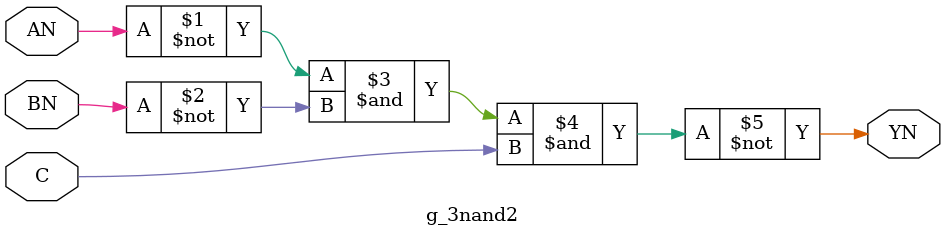
<source format=v>
module g_3nand2 (YN, AN, BN, C);

   input AN, BN, C;
   output YN;

   nand (YN, ~AN, ~BN, C);

endmodule // g_3nand2

</source>
